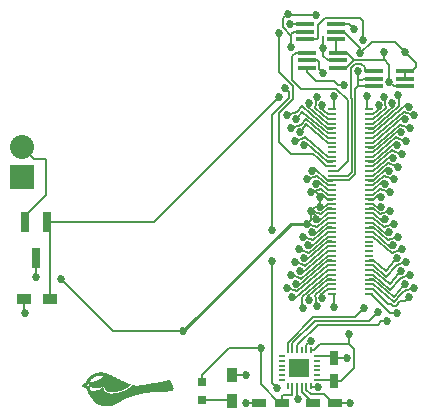
<source format=gtl>
G04 #@! TF.FileFunction,Copper,L1,Top,Signal*
%FSLAX46Y46*%
G04 Gerber Fmt 4.6, Leading zero omitted, Abs format (unit mm)*
G04 Created by KiCad (PCBNEW (2015-11-03 BZR 6296)-product) date Monday, December 21, 2015 'AMt' 10:05:28 AM*
%MOMM*%
G01*
G04 APERTURE LIST*
%ADD10C,0.100000*%
%ADD11C,0.010000*%
%ADD12R,0.700000X0.200000*%
%ADD13R,1.501140X0.398780*%
%ADD14R,1.200000X0.750000*%
%ADD15R,0.750000X1.200000*%
%ADD16R,0.797560X0.797560*%
%ADD17R,2.032000X2.032000*%
%ADD18O,2.032000X2.032000*%
%ADD19R,0.800100X1.800860*%
%ADD20R,1.200000X0.900000*%
%ADD21R,0.900000X1.200000*%
%ADD22R,0.550000X0.200000*%
%ADD23R,0.200000X0.550000*%
%ADD24R,1.700000X1.540000*%
%ADD25C,0.685800*%
%ADD26C,0.685801*%
%ADD27C,0.152400*%
%ADD28C,0.203200*%
%ADD29C,0.254000*%
G04 APERTURE END LIST*
D10*
D11*
G36*
X138519423Y-122465069D02*
X138551094Y-122465572D01*
X138578725Y-122466621D01*
X138603824Y-122468340D01*
X138627893Y-122470851D01*
X138652439Y-122474276D01*
X138678967Y-122478740D01*
X138700931Y-122482815D01*
X138759786Y-122495578D01*
X138820883Y-122511645D01*
X138881336Y-122530182D01*
X138938260Y-122550354D01*
X138949639Y-122554777D01*
X138992817Y-122571970D01*
X139035192Y-122589108D01*
X139077150Y-122606370D01*
X139119080Y-122623937D01*
X139161369Y-122641989D01*
X139204404Y-122660707D01*
X139248573Y-122680271D01*
X139294265Y-122700862D01*
X139341866Y-122722659D01*
X139391764Y-122745844D01*
X139444347Y-122770597D01*
X139500003Y-122797099D01*
X139559118Y-122825528D01*
X139622082Y-122856067D01*
X139689280Y-122888896D01*
X139761102Y-122924194D01*
X139837935Y-122962143D01*
X139920166Y-123002923D01*
X140008183Y-123046714D01*
X140030903Y-123058037D01*
X140109183Y-123096981D01*
X140181702Y-123132880D01*
X140248949Y-123165961D01*
X140311415Y-123196448D01*
X140369589Y-123224567D01*
X140423962Y-123250545D01*
X140475024Y-123274606D01*
X140523265Y-123296978D01*
X140569175Y-123317885D01*
X140613244Y-123337553D01*
X140655962Y-123356208D01*
X140697819Y-123374076D01*
X140739306Y-123391382D01*
X140780912Y-123408353D01*
X140823128Y-123425213D01*
X140856403Y-123438281D01*
X140879926Y-123447518D01*
X140901319Y-123456037D01*
X140919688Y-123463473D01*
X140934143Y-123469460D01*
X140943791Y-123473635D01*
X140947732Y-123475624D01*
X140947199Y-123479719D01*
X140941987Y-123487737D01*
X140932739Y-123498968D01*
X140920100Y-123512704D01*
X140904712Y-123528236D01*
X140887219Y-123544855D01*
X140874178Y-123556657D01*
X140806199Y-123612758D01*
X140731764Y-123666253D01*
X140650994Y-123717086D01*
X140564011Y-123765200D01*
X140470938Y-123810538D01*
X140371897Y-123853043D01*
X140267009Y-123892658D01*
X140156398Y-123929327D01*
X140040185Y-123962992D01*
X139953292Y-123985296D01*
X139852697Y-124008538D01*
X139757709Y-124027867D01*
X139668081Y-124043303D01*
X139583561Y-124054868D01*
X139503901Y-124062580D01*
X139428851Y-124066462D01*
X139358163Y-124066535D01*
X139291587Y-124062818D01*
X139228874Y-124055332D01*
X139191082Y-124048660D01*
X139130450Y-124033748D01*
X139075094Y-124014367D01*
X139025086Y-123990590D01*
X138980499Y-123962491D01*
X138941404Y-123930142D01*
X138907873Y-123893617D01*
X138879979Y-123852988D01*
X138857795Y-123808329D01*
X138841392Y-123759713D01*
X138830842Y-123707214D01*
X138827903Y-123680940D01*
X138827085Y-123669833D01*
X138826149Y-123661698D01*
X138824111Y-123655994D01*
X138819991Y-123652178D01*
X138812806Y-123649710D01*
X138801575Y-123648046D01*
X138785315Y-123646646D01*
X138763045Y-123644967D01*
X138762667Y-123644937D01*
X138735115Y-123642710D01*
X138713944Y-123640816D01*
X138698491Y-123639166D01*
X138688094Y-123637673D01*
X138682090Y-123636249D01*
X138679817Y-123634807D01*
X138679918Y-123633974D01*
X138677973Y-123632665D01*
X138671139Y-123632440D01*
X138661468Y-123633114D01*
X138651010Y-123634497D01*
X138641817Y-123636403D01*
X138637431Y-123637859D01*
X138631923Y-123639376D01*
X138620616Y-123641836D01*
X138604669Y-123645008D01*
X138585241Y-123648665D01*
X138563489Y-123652578D01*
X138558056Y-123653529D01*
X138476570Y-123667036D01*
X138399154Y-123678409D01*
X138323266Y-123687987D01*
X138246367Y-123696109D01*
X138222917Y-123698294D01*
X138200487Y-123699888D01*
X138173281Y-123701121D01*
X138142652Y-123701993D01*
X138109951Y-123702504D01*
X138076529Y-123702652D01*
X138043738Y-123702438D01*
X138012930Y-123701861D01*
X137985455Y-123700920D01*
X137962666Y-123699615D01*
X137949514Y-123698402D01*
X137876686Y-123688747D01*
X137805829Y-123676860D01*
X137735068Y-123662349D01*
X137662527Y-123644822D01*
X137586331Y-123623890D01*
X137570857Y-123619368D01*
X137548243Y-123612575D01*
X137531577Y-123607222D01*
X137519982Y-123602959D01*
X137512578Y-123599438D01*
X137508490Y-123596309D01*
X137507057Y-123593968D01*
X137506091Y-123588855D01*
X137504509Y-123577561D01*
X137502410Y-123560925D01*
X137499895Y-123539783D01*
X137497063Y-123514975D01*
X137494013Y-123487338D01*
X137490918Y-123458392D01*
X137487321Y-123424399D01*
X137484435Y-123396757D01*
X137482312Y-123374791D01*
X137481001Y-123357830D01*
X137480553Y-123345198D01*
X137481018Y-123336223D01*
X137482447Y-123330230D01*
X137484890Y-123326547D01*
X137488397Y-123324499D01*
X137493018Y-123323413D01*
X137498805Y-123322615D01*
X137501091Y-123322283D01*
X137512337Y-123320254D01*
X137529389Y-123316797D01*
X137551193Y-123312151D01*
X137576700Y-123306555D01*
X137604858Y-123300249D01*
X137634615Y-123293471D01*
X137664921Y-123286461D01*
X137694725Y-123279457D01*
X137722975Y-123272700D01*
X137748620Y-123266427D01*
X137767833Y-123261593D01*
X137870462Y-123234234D01*
X137966453Y-123206397D01*
X138056213Y-123177945D01*
X138140153Y-123148742D01*
X138218680Y-123118650D01*
X138292203Y-123087534D01*
X138304056Y-123082213D01*
X138374730Y-123047760D01*
X138446700Y-123008022D01*
X138518246Y-122964092D01*
X138587648Y-122917066D01*
X138653190Y-122868037D01*
X138697403Y-122831786D01*
X138715065Y-122816423D01*
X138733398Y-122800012D01*
X138751684Y-122783244D01*
X138769206Y-122766810D01*
X138785249Y-122751401D01*
X138799095Y-122737709D01*
X138810027Y-122726424D01*
X138817329Y-122718238D01*
X138820283Y-122713841D01*
X138820219Y-122713368D01*
X138814114Y-122710119D01*
X138802137Y-122705797D01*
X138785347Y-122700663D01*
X138764801Y-122694980D01*
X138741556Y-122689011D01*
X138716670Y-122683019D01*
X138691199Y-122677265D01*
X138666201Y-122672013D01*
X138642732Y-122667526D01*
X138621852Y-122664065D01*
X138621556Y-122664021D01*
X138566513Y-122657477D01*
X138512179Y-122654423D01*
X138457039Y-122654893D01*
X138399581Y-122658923D01*
X138338289Y-122666548D01*
X138308461Y-122671261D01*
X138215204Y-122689850D01*
X138125771Y-122713707D01*
X138040377Y-122742725D01*
X137959234Y-122776797D01*
X137882557Y-122815818D01*
X137810558Y-122859681D01*
X137743451Y-122908280D01*
X137681449Y-122961509D01*
X137637949Y-123004915D01*
X137595574Y-123053556D01*
X137557536Y-123104333D01*
X137524493Y-123156230D01*
X137497105Y-123208230D01*
X137479656Y-123249355D01*
X137474680Y-123261769D01*
X137470056Y-123271937D01*
X137466789Y-123277652D01*
X137463532Y-123280958D01*
X137455631Y-123288670D01*
X137443561Y-123300334D01*
X137427793Y-123315496D01*
X137408801Y-123333704D01*
X137387057Y-123354504D01*
X137363034Y-123377442D01*
X137337205Y-123402065D01*
X137318042Y-123420309D01*
X137291341Y-123445737D01*
X137266208Y-123469712D01*
X137243104Y-123491794D01*
X137222486Y-123511540D01*
X137204813Y-123528513D01*
X137190545Y-123542270D01*
X137180139Y-123552371D01*
X137174055Y-123558376D01*
X137172607Y-123559922D01*
X137175572Y-123561699D01*
X137184384Y-123566052D01*
X137198436Y-123572701D01*
X137217123Y-123581368D01*
X137239836Y-123591773D01*
X137265972Y-123603637D01*
X137294923Y-123616683D01*
X137326083Y-123630630D01*
X137333468Y-123633923D01*
X137495126Y-123705942D01*
X137511981Y-123766214D01*
X137520094Y-123794199D01*
X137529941Y-123826534D01*
X137540916Y-123861347D01*
X137552411Y-123896762D01*
X137563817Y-123930907D01*
X137574527Y-123961907D01*
X137583511Y-123986757D01*
X137588959Y-124000443D01*
X137593479Y-124008917D01*
X137598136Y-124013733D01*
X137603830Y-124016392D01*
X137611132Y-124017558D01*
X137624453Y-124018496D01*
X137642760Y-124019209D01*
X137665020Y-124019697D01*
X137690201Y-124019965D01*
X137717269Y-124020013D01*
X137745192Y-124019845D01*
X137772937Y-124019461D01*
X137799472Y-124018866D01*
X137823763Y-124018060D01*
X137844777Y-124017046D01*
X137861319Y-124015841D01*
X138024261Y-123998212D01*
X138124139Y-123984838D01*
X138166859Y-123978400D01*
X138203678Y-123972100D01*
X138235734Y-123965624D01*
X138264167Y-123958661D01*
X138290116Y-123950899D01*
X138314721Y-123942025D01*
X138339122Y-123931727D01*
X138364457Y-123919694D01*
X138367556Y-123918147D01*
X138423115Y-123886813D01*
X138477664Y-123849211D01*
X138530233Y-123806128D01*
X138579852Y-123758353D01*
X138620314Y-123713042D01*
X138638347Y-123691319D01*
X138640748Y-123716569D01*
X138647775Y-123763991D01*
X138659681Y-123813168D01*
X138675802Y-123862224D01*
X138695477Y-123909282D01*
X138718042Y-123952463D01*
X138731719Y-123974289D01*
X138769340Y-124024006D01*
X138812141Y-124069003D01*
X138860037Y-124109251D01*
X138912937Y-124144723D01*
X138970757Y-124175389D01*
X139033406Y-124201223D01*
X139100799Y-124222197D01*
X139172848Y-124238282D01*
X139249465Y-124249451D01*
X139330562Y-124255676D01*
X139416053Y-124256929D01*
X139505848Y-124253182D01*
X139584639Y-124246139D01*
X139657782Y-124236822D01*
X139735875Y-124224509D01*
X139817621Y-124209481D01*
X139901724Y-124192024D01*
X139986887Y-124172418D01*
X140071813Y-124150949D01*
X140155205Y-124127899D01*
X140231986Y-124104745D01*
X140329460Y-124072112D01*
X140423786Y-124036670D01*
X140514613Y-123998629D01*
X140601592Y-123958203D01*
X140684372Y-123915600D01*
X140762604Y-123871034D01*
X140835937Y-123824714D01*
X140904021Y-123776853D01*
X140966506Y-123727661D01*
X141023041Y-123677350D01*
X141073278Y-123626131D01*
X141116865Y-123574215D01*
X141121516Y-123568103D01*
X141131132Y-123555676D01*
X141137892Y-123548104D01*
X141142929Y-123544422D01*
X141147377Y-123543664D01*
X141149726Y-123544079D01*
X141169163Y-123548388D01*
X141194240Y-123553070D01*
X141223568Y-123557922D01*
X141255757Y-123562737D01*
X141289415Y-123567313D01*
X141323152Y-123571443D01*
X141355578Y-123574923D01*
X141366167Y-123575932D01*
X141397905Y-123578462D01*
X141429888Y-123580184D01*
X141462791Y-123581067D01*
X141497290Y-123581080D01*
X141534060Y-123580194D01*
X141573775Y-123578377D01*
X141617113Y-123575599D01*
X141664746Y-123571829D01*
X141717352Y-123567037D01*
X141775605Y-123561192D01*
X141837125Y-123554600D01*
X141926165Y-123544237D01*
X142021639Y-123532018D01*
X142123193Y-123518007D01*
X142230469Y-123502269D01*
X142343115Y-123484868D01*
X142460774Y-123465867D01*
X142583091Y-123445332D01*
X142709712Y-123423326D01*
X142840280Y-123399914D01*
X142974441Y-123375160D01*
X143111840Y-123349128D01*
X143252121Y-123321882D01*
X143394930Y-123293486D01*
X143539911Y-123264006D01*
X143686709Y-123233505D01*
X143834969Y-123202046D01*
X143984335Y-123169696D01*
X144071972Y-123150408D01*
X144116466Y-123140554D01*
X144154684Y-123132267D01*
X144187258Y-123125680D01*
X144214823Y-123120928D01*
X144238011Y-123118146D01*
X144257455Y-123117468D01*
X144273788Y-123119028D01*
X144287642Y-123122962D01*
X144299652Y-123129404D01*
X144310449Y-123138488D01*
X144320667Y-123150348D01*
X144330938Y-123165120D01*
X144341896Y-123182938D01*
X144354174Y-123203936D01*
X144358453Y-123211295D01*
X144395722Y-123277072D01*
X144430654Y-123342322D01*
X144462855Y-123406214D01*
X144491929Y-123467915D01*
X144517481Y-123526594D01*
X144539117Y-123581419D01*
X144552982Y-123620859D01*
X144568442Y-123673272D01*
X144579158Y-123722184D01*
X144585158Y-123767367D01*
X144586469Y-123808594D01*
X144583119Y-123845635D01*
X144575134Y-123878262D01*
X144562543Y-123906247D01*
X144545372Y-123929362D01*
X144523649Y-123947378D01*
X144513124Y-123953395D01*
X144502991Y-123958154D01*
X144491941Y-123962524D01*
X144479615Y-123966533D01*
X144465657Y-123970209D01*
X144449709Y-123973581D01*
X144431413Y-123976677D01*
X144410414Y-123979524D01*
X144386352Y-123982152D01*
X144358872Y-123984587D01*
X144327615Y-123986859D01*
X144292225Y-123988995D01*
X144252343Y-123991023D01*
X144207613Y-123992973D01*
X144157677Y-123994871D01*
X144102178Y-123996746D01*
X144040759Y-123998626D01*
X143973062Y-124000540D01*
X143898731Y-124002515D01*
X143885000Y-124002869D01*
X143762923Y-124006207D01*
X143647344Y-124009786D01*
X143537707Y-124013639D01*
X143433456Y-124017794D01*
X143334037Y-124022284D01*
X143238895Y-124027138D01*
X143147474Y-124032388D01*
X143059219Y-124038064D01*
X142973574Y-124044196D01*
X142889985Y-124050816D01*
X142807897Y-124057954D01*
X142726754Y-124065640D01*
X142699667Y-124068345D01*
X142570967Y-124082177D01*
X142446502Y-124097273D01*
X142325523Y-124113805D01*
X142207281Y-124131941D01*
X142091028Y-124151851D01*
X141976016Y-124173705D01*
X141861496Y-124197671D01*
X141746721Y-124223920D01*
X141630941Y-124252620D01*
X141513408Y-124283942D01*
X141393373Y-124318054D01*
X141270090Y-124355127D01*
X141142808Y-124395329D01*
X141010780Y-124438830D01*
X140905792Y-124474551D01*
X140855932Y-124492059D01*
X140808400Y-124509485D01*
X140762527Y-124527150D01*
X140717643Y-124545374D01*
X140673080Y-124564476D01*
X140628167Y-124584779D01*
X140582235Y-124606601D01*
X140534615Y-124630263D01*
X140484637Y-124656085D01*
X140431633Y-124684388D01*
X140374932Y-124715492D01*
X140313865Y-124749717D01*
X140247763Y-124787384D01*
X140226694Y-124799493D01*
X140168073Y-124833223D01*
X140115102Y-124863651D01*
X140067334Y-124891025D01*
X140024321Y-124915591D01*
X139985616Y-124937596D01*
X139950771Y-124957287D01*
X139919338Y-124974910D01*
X139890870Y-124990714D01*
X139864919Y-125004944D01*
X139841037Y-125017848D01*
X139818777Y-125029672D01*
X139797692Y-125040664D01*
X139777332Y-125051070D01*
X139757252Y-125061138D01*
X139737003Y-125071113D01*
X139716138Y-125081244D01*
X139714306Y-125082128D01*
X139646867Y-125113565D01*
X139583250Y-125140819D01*
X139522082Y-125164282D01*
X139461992Y-125184345D01*
X139401609Y-125201402D01*
X139339560Y-125215844D01*
X139274474Y-125228064D01*
X139204978Y-125238454D01*
X139140139Y-125246279D01*
X139099152Y-125250039D01*
X139053206Y-125252999D01*
X139004358Y-125255105D01*
X138954663Y-125256301D01*
X138906179Y-125256532D01*
X138860962Y-125255744D01*
X138831458Y-125254508D01*
X138751912Y-125247865D01*
X138671456Y-125236743D01*
X138591278Y-125221443D01*
X138512567Y-125202263D01*
X138436511Y-125179501D01*
X138364298Y-125153456D01*
X138297116Y-125124427D01*
X138279008Y-125115625D01*
X138198028Y-125071372D01*
X138118806Y-125020408D01*
X138041482Y-124962893D01*
X137966195Y-124898983D01*
X137893086Y-124828836D01*
X137822295Y-124752610D01*
X137753960Y-124670463D01*
X137688223Y-124582552D01*
X137625222Y-124489036D01*
X137565097Y-124390070D01*
X137507989Y-124285814D01*
X137462897Y-124195201D01*
X137444559Y-124155287D01*
X137426937Y-124113922D01*
X137409526Y-124069814D01*
X137391819Y-124021672D01*
X137373310Y-123968204D01*
X137368965Y-123955250D01*
X137361296Y-123931804D01*
X137353193Y-123906214D01*
X137345008Y-123879673D01*
X137337093Y-123853373D01*
X137329801Y-123828508D01*
X137323485Y-123806269D01*
X137318496Y-123787848D01*
X137315187Y-123774440D01*
X137314378Y-123770558D01*
X137312209Y-123758996D01*
X137107595Y-123676428D01*
X137071615Y-123661883D01*
X137037607Y-123648085D01*
X137006132Y-123635266D01*
X136977748Y-123623654D01*
X136953014Y-123613480D01*
X136932490Y-123604974D01*
X136916734Y-123598367D01*
X136906307Y-123593889D01*
X136901768Y-123591769D01*
X136901619Y-123591656D01*
X136903960Y-123589006D01*
X136911162Y-123582050D01*
X136922812Y-123571163D01*
X136938495Y-123556724D01*
X136957797Y-123539108D01*
X136980304Y-123518694D01*
X137005601Y-123495859D01*
X137033274Y-123470979D01*
X137062909Y-123444432D01*
X137088286Y-123421769D01*
X137124302Y-123389640D01*
X137155416Y-123361846D01*
X137181998Y-123338033D01*
X137204415Y-123317848D01*
X137223038Y-123300935D01*
X137238235Y-123286942D01*
X137250376Y-123275513D01*
X137259830Y-123266294D01*
X137266965Y-123258931D01*
X137272152Y-123253071D01*
X137275759Y-123248358D01*
X137278156Y-123244439D01*
X137279712Y-123240959D01*
X137280795Y-123237565D01*
X137280979Y-123236897D01*
X137287388Y-123216348D01*
X137296490Y-123191398D01*
X137307560Y-123163816D01*
X137319874Y-123135375D01*
X137332705Y-123107843D01*
X137339300Y-123094554D01*
X137371749Y-123036345D01*
X137408977Y-122980220D01*
X137451666Y-122925249D01*
X137500499Y-122870502D01*
X137513642Y-122856849D01*
X137569151Y-122803310D01*
X137626431Y-122754827D01*
X137686685Y-122710531D01*
X137751117Y-122669557D01*
X137820931Y-122631037D01*
X137841917Y-122620420D01*
X137909971Y-122588548D01*
X137977985Y-122560713D01*
X138047187Y-122536541D01*
X138118807Y-122515659D01*
X138194072Y-122497692D01*
X138274212Y-122482268D01*
X138320680Y-122474752D01*
X138340516Y-122471832D01*
X138357844Y-122469566D01*
X138374061Y-122467870D01*
X138390562Y-122466659D01*
X138408742Y-122465848D01*
X138429998Y-122465355D01*
X138455724Y-122465094D01*
X138482208Y-122464991D01*
X138519423Y-122465069D01*
X138519423Y-122465069D01*
G37*
X138519423Y-122465069D02*
X138551094Y-122465572D01*
X138578725Y-122466621D01*
X138603824Y-122468340D01*
X138627893Y-122470851D01*
X138652439Y-122474276D01*
X138678967Y-122478740D01*
X138700931Y-122482815D01*
X138759786Y-122495578D01*
X138820883Y-122511645D01*
X138881336Y-122530182D01*
X138938260Y-122550354D01*
X138949639Y-122554777D01*
X138992817Y-122571970D01*
X139035192Y-122589108D01*
X139077150Y-122606370D01*
X139119080Y-122623937D01*
X139161369Y-122641989D01*
X139204404Y-122660707D01*
X139248573Y-122680271D01*
X139294265Y-122700862D01*
X139341866Y-122722659D01*
X139391764Y-122745844D01*
X139444347Y-122770597D01*
X139500003Y-122797099D01*
X139559118Y-122825528D01*
X139622082Y-122856067D01*
X139689280Y-122888896D01*
X139761102Y-122924194D01*
X139837935Y-122962143D01*
X139920166Y-123002923D01*
X140008183Y-123046714D01*
X140030903Y-123058037D01*
X140109183Y-123096981D01*
X140181702Y-123132880D01*
X140248949Y-123165961D01*
X140311415Y-123196448D01*
X140369589Y-123224567D01*
X140423962Y-123250545D01*
X140475024Y-123274606D01*
X140523265Y-123296978D01*
X140569175Y-123317885D01*
X140613244Y-123337553D01*
X140655962Y-123356208D01*
X140697819Y-123374076D01*
X140739306Y-123391382D01*
X140780912Y-123408353D01*
X140823128Y-123425213D01*
X140856403Y-123438281D01*
X140879926Y-123447518D01*
X140901319Y-123456037D01*
X140919688Y-123463473D01*
X140934143Y-123469460D01*
X140943791Y-123473635D01*
X140947732Y-123475624D01*
X140947199Y-123479719D01*
X140941987Y-123487737D01*
X140932739Y-123498968D01*
X140920100Y-123512704D01*
X140904712Y-123528236D01*
X140887219Y-123544855D01*
X140874178Y-123556657D01*
X140806199Y-123612758D01*
X140731764Y-123666253D01*
X140650994Y-123717086D01*
X140564011Y-123765200D01*
X140470938Y-123810538D01*
X140371897Y-123853043D01*
X140267009Y-123892658D01*
X140156398Y-123929327D01*
X140040185Y-123962992D01*
X139953292Y-123985296D01*
X139852697Y-124008538D01*
X139757709Y-124027867D01*
X139668081Y-124043303D01*
X139583561Y-124054868D01*
X139503901Y-124062580D01*
X139428851Y-124066462D01*
X139358163Y-124066535D01*
X139291587Y-124062818D01*
X139228874Y-124055332D01*
X139191082Y-124048660D01*
X139130450Y-124033748D01*
X139075094Y-124014367D01*
X139025086Y-123990590D01*
X138980499Y-123962491D01*
X138941404Y-123930142D01*
X138907873Y-123893617D01*
X138879979Y-123852988D01*
X138857795Y-123808329D01*
X138841392Y-123759713D01*
X138830842Y-123707214D01*
X138827903Y-123680940D01*
X138827085Y-123669833D01*
X138826149Y-123661698D01*
X138824111Y-123655994D01*
X138819991Y-123652178D01*
X138812806Y-123649710D01*
X138801575Y-123648046D01*
X138785315Y-123646646D01*
X138763045Y-123644967D01*
X138762667Y-123644937D01*
X138735115Y-123642710D01*
X138713944Y-123640816D01*
X138698491Y-123639166D01*
X138688094Y-123637673D01*
X138682090Y-123636249D01*
X138679817Y-123634807D01*
X138679918Y-123633974D01*
X138677973Y-123632665D01*
X138671139Y-123632440D01*
X138661468Y-123633114D01*
X138651010Y-123634497D01*
X138641817Y-123636403D01*
X138637431Y-123637859D01*
X138631923Y-123639376D01*
X138620616Y-123641836D01*
X138604669Y-123645008D01*
X138585241Y-123648665D01*
X138563489Y-123652578D01*
X138558056Y-123653529D01*
X138476570Y-123667036D01*
X138399154Y-123678409D01*
X138323266Y-123687987D01*
X138246367Y-123696109D01*
X138222917Y-123698294D01*
X138200487Y-123699888D01*
X138173281Y-123701121D01*
X138142652Y-123701993D01*
X138109951Y-123702504D01*
X138076529Y-123702652D01*
X138043738Y-123702438D01*
X138012930Y-123701861D01*
X137985455Y-123700920D01*
X137962666Y-123699615D01*
X137949514Y-123698402D01*
X137876686Y-123688747D01*
X137805829Y-123676860D01*
X137735068Y-123662349D01*
X137662527Y-123644822D01*
X137586331Y-123623890D01*
X137570857Y-123619368D01*
X137548243Y-123612575D01*
X137531577Y-123607222D01*
X137519982Y-123602959D01*
X137512578Y-123599438D01*
X137508490Y-123596309D01*
X137507057Y-123593968D01*
X137506091Y-123588855D01*
X137504509Y-123577561D01*
X137502410Y-123560925D01*
X137499895Y-123539783D01*
X137497063Y-123514975D01*
X137494013Y-123487338D01*
X137490918Y-123458392D01*
X137487321Y-123424399D01*
X137484435Y-123396757D01*
X137482312Y-123374791D01*
X137481001Y-123357830D01*
X137480553Y-123345198D01*
X137481018Y-123336223D01*
X137482447Y-123330230D01*
X137484890Y-123326547D01*
X137488397Y-123324499D01*
X137493018Y-123323413D01*
X137498805Y-123322615D01*
X137501091Y-123322283D01*
X137512337Y-123320254D01*
X137529389Y-123316797D01*
X137551193Y-123312151D01*
X137576700Y-123306555D01*
X137604858Y-123300249D01*
X137634615Y-123293471D01*
X137664921Y-123286461D01*
X137694725Y-123279457D01*
X137722975Y-123272700D01*
X137748620Y-123266427D01*
X137767833Y-123261593D01*
X137870462Y-123234234D01*
X137966453Y-123206397D01*
X138056213Y-123177945D01*
X138140153Y-123148742D01*
X138218680Y-123118650D01*
X138292203Y-123087534D01*
X138304056Y-123082213D01*
X138374730Y-123047760D01*
X138446700Y-123008022D01*
X138518246Y-122964092D01*
X138587648Y-122917066D01*
X138653190Y-122868037D01*
X138697403Y-122831786D01*
X138715065Y-122816423D01*
X138733398Y-122800012D01*
X138751684Y-122783244D01*
X138769206Y-122766810D01*
X138785249Y-122751401D01*
X138799095Y-122737709D01*
X138810027Y-122726424D01*
X138817329Y-122718238D01*
X138820283Y-122713841D01*
X138820219Y-122713368D01*
X138814114Y-122710119D01*
X138802137Y-122705797D01*
X138785347Y-122700663D01*
X138764801Y-122694980D01*
X138741556Y-122689011D01*
X138716670Y-122683019D01*
X138691199Y-122677265D01*
X138666201Y-122672013D01*
X138642732Y-122667526D01*
X138621852Y-122664065D01*
X138621556Y-122664021D01*
X138566513Y-122657477D01*
X138512179Y-122654423D01*
X138457039Y-122654893D01*
X138399581Y-122658923D01*
X138338289Y-122666548D01*
X138308461Y-122671261D01*
X138215204Y-122689850D01*
X138125771Y-122713707D01*
X138040377Y-122742725D01*
X137959234Y-122776797D01*
X137882557Y-122815818D01*
X137810558Y-122859681D01*
X137743451Y-122908280D01*
X137681449Y-122961509D01*
X137637949Y-123004915D01*
X137595574Y-123053556D01*
X137557536Y-123104333D01*
X137524493Y-123156230D01*
X137497105Y-123208230D01*
X137479656Y-123249355D01*
X137474680Y-123261769D01*
X137470056Y-123271937D01*
X137466789Y-123277652D01*
X137463532Y-123280958D01*
X137455631Y-123288670D01*
X137443561Y-123300334D01*
X137427793Y-123315496D01*
X137408801Y-123333704D01*
X137387057Y-123354504D01*
X137363034Y-123377442D01*
X137337205Y-123402065D01*
X137318042Y-123420309D01*
X137291341Y-123445737D01*
X137266208Y-123469712D01*
X137243104Y-123491794D01*
X137222486Y-123511540D01*
X137204813Y-123528513D01*
X137190545Y-123542270D01*
X137180139Y-123552371D01*
X137174055Y-123558376D01*
X137172607Y-123559922D01*
X137175572Y-123561699D01*
X137184384Y-123566052D01*
X137198436Y-123572701D01*
X137217123Y-123581368D01*
X137239836Y-123591773D01*
X137265972Y-123603637D01*
X137294923Y-123616683D01*
X137326083Y-123630630D01*
X137333468Y-123633923D01*
X137495126Y-123705942D01*
X137511981Y-123766214D01*
X137520094Y-123794199D01*
X137529941Y-123826534D01*
X137540916Y-123861347D01*
X137552411Y-123896762D01*
X137563817Y-123930907D01*
X137574527Y-123961907D01*
X137583511Y-123986757D01*
X137588959Y-124000443D01*
X137593479Y-124008917D01*
X137598136Y-124013733D01*
X137603830Y-124016392D01*
X137611132Y-124017558D01*
X137624453Y-124018496D01*
X137642760Y-124019209D01*
X137665020Y-124019697D01*
X137690201Y-124019965D01*
X137717269Y-124020013D01*
X137745192Y-124019845D01*
X137772937Y-124019461D01*
X137799472Y-124018866D01*
X137823763Y-124018060D01*
X137844777Y-124017046D01*
X137861319Y-124015841D01*
X138024261Y-123998212D01*
X138124139Y-123984838D01*
X138166859Y-123978400D01*
X138203678Y-123972100D01*
X138235734Y-123965624D01*
X138264167Y-123958661D01*
X138290116Y-123950899D01*
X138314721Y-123942025D01*
X138339122Y-123931727D01*
X138364457Y-123919694D01*
X138367556Y-123918147D01*
X138423115Y-123886813D01*
X138477664Y-123849211D01*
X138530233Y-123806128D01*
X138579852Y-123758353D01*
X138620314Y-123713042D01*
X138638347Y-123691319D01*
X138640748Y-123716569D01*
X138647775Y-123763991D01*
X138659681Y-123813168D01*
X138675802Y-123862224D01*
X138695477Y-123909282D01*
X138718042Y-123952463D01*
X138731719Y-123974289D01*
X138769340Y-124024006D01*
X138812141Y-124069003D01*
X138860037Y-124109251D01*
X138912937Y-124144723D01*
X138970757Y-124175389D01*
X139033406Y-124201223D01*
X139100799Y-124222197D01*
X139172848Y-124238282D01*
X139249465Y-124249451D01*
X139330562Y-124255676D01*
X139416053Y-124256929D01*
X139505848Y-124253182D01*
X139584639Y-124246139D01*
X139657782Y-124236822D01*
X139735875Y-124224509D01*
X139817621Y-124209481D01*
X139901724Y-124192024D01*
X139986887Y-124172418D01*
X140071813Y-124150949D01*
X140155205Y-124127899D01*
X140231986Y-124104745D01*
X140329460Y-124072112D01*
X140423786Y-124036670D01*
X140514613Y-123998629D01*
X140601592Y-123958203D01*
X140684372Y-123915600D01*
X140762604Y-123871034D01*
X140835937Y-123824714D01*
X140904021Y-123776853D01*
X140966506Y-123727661D01*
X141023041Y-123677350D01*
X141073278Y-123626131D01*
X141116865Y-123574215D01*
X141121516Y-123568103D01*
X141131132Y-123555676D01*
X141137892Y-123548104D01*
X141142929Y-123544422D01*
X141147377Y-123543664D01*
X141149726Y-123544079D01*
X141169163Y-123548388D01*
X141194240Y-123553070D01*
X141223568Y-123557922D01*
X141255757Y-123562737D01*
X141289415Y-123567313D01*
X141323152Y-123571443D01*
X141355578Y-123574923D01*
X141366167Y-123575932D01*
X141397905Y-123578462D01*
X141429888Y-123580184D01*
X141462791Y-123581067D01*
X141497290Y-123581080D01*
X141534060Y-123580194D01*
X141573775Y-123578377D01*
X141617113Y-123575599D01*
X141664746Y-123571829D01*
X141717352Y-123567037D01*
X141775605Y-123561192D01*
X141837125Y-123554600D01*
X141926165Y-123544237D01*
X142021639Y-123532018D01*
X142123193Y-123518007D01*
X142230469Y-123502269D01*
X142343115Y-123484868D01*
X142460774Y-123465867D01*
X142583091Y-123445332D01*
X142709712Y-123423326D01*
X142840280Y-123399914D01*
X142974441Y-123375160D01*
X143111840Y-123349128D01*
X143252121Y-123321882D01*
X143394930Y-123293486D01*
X143539911Y-123264006D01*
X143686709Y-123233505D01*
X143834969Y-123202046D01*
X143984335Y-123169696D01*
X144071972Y-123150408D01*
X144116466Y-123140554D01*
X144154684Y-123132267D01*
X144187258Y-123125680D01*
X144214823Y-123120928D01*
X144238011Y-123118146D01*
X144257455Y-123117468D01*
X144273788Y-123119028D01*
X144287642Y-123122962D01*
X144299652Y-123129404D01*
X144310449Y-123138488D01*
X144320667Y-123150348D01*
X144330938Y-123165120D01*
X144341896Y-123182938D01*
X144354174Y-123203936D01*
X144358453Y-123211295D01*
X144395722Y-123277072D01*
X144430654Y-123342322D01*
X144462855Y-123406214D01*
X144491929Y-123467915D01*
X144517481Y-123526594D01*
X144539117Y-123581419D01*
X144552982Y-123620859D01*
X144568442Y-123673272D01*
X144579158Y-123722184D01*
X144585158Y-123767367D01*
X144586469Y-123808594D01*
X144583119Y-123845635D01*
X144575134Y-123878262D01*
X144562543Y-123906247D01*
X144545372Y-123929362D01*
X144523649Y-123947378D01*
X144513124Y-123953395D01*
X144502991Y-123958154D01*
X144491941Y-123962524D01*
X144479615Y-123966533D01*
X144465657Y-123970209D01*
X144449709Y-123973581D01*
X144431413Y-123976677D01*
X144410414Y-123979524D01*
X144386352Y-123982152D01*
X144358872Y-123984587D01*
X144327615Y-123986859D01*
X144292225Y-123988995D01*
X144252343Y-123991023D01*
X144207613Y-123992973D01*
X144157677Y-123994871D01*
X144102178Y-123996746D01*
X144040759Y-123998626D01*
X143973062Y-124000540D01*
X143898731Y-124002515D01*
X143885000Y-124002869D01*
X143762923Y-124006207D01*
X143647344Y-124009786D01*
X143537707Y-124013639D01*
X143433456Y-124017794D01*
X143334037Y-124022284D01*
X143238895Y-124027138D01*
X143147474Y-124032388D01*
X143059219Y-124038064D01*
X142973574Y-124044196D01*
X142889985Y-124050816D01*
X142807897Y-124057954D01*
X142726754Y-124065640D01*
X142699667Y-124068345D01*
X142570967Y-124082177D01*
X142446502Y-124097273D01*
X142325523Y-124113805D01*
X142207281Y-124131941D01*
X142091028Y-124151851D01*
X141976016Y-124173705D01*
X141861496Y-124197671D01*
X141746721Y-124223920D01*
X141630941Y-124252620D01*
X141513408Y-124283942D01*
X141393373Y-124318054D01*
X141270090Y-124355127D01*
X141142808Y-124395329D01*
X141010780Y-124438830D01*
X140905792Y-124474551D01*
X140855932Y-124492059D01*
X140808400Y-124509485D01*
X140762527Y-124527150D01*
X140717643Y-124545374D01*
X140673080Y-124564476D01*
X140628167Y-124584779D01*
X140582235Y-124606601D01*
X140534615Y-124630263D01*
X140484637Y-124656085D01*
X140431633Y-124684388D01*
X140374932Y-124715492D01*
X140313865Y-124749717D01*
X140247763Y-124787384D01*
X140226694Y-124799493D01*
X140168073Y-124833223D01*
X140115102Y-124863651D01*
X140067334Y-124891025D01*
X140024321Y-124915591D01*
X139985616Y-124937596D01*
X139950771Y-124957287D01*
X139919338Y-124974910D01*
X139890870Y-124990714D01*
X139864919Y-125004944D01*
X139841037Y-125017848D01*
X139818777Y-125029672D01*
X139797692Y-125040664D01*
X139777332Y-125051070D01*
X139757252Y-125061138D01*
X139737003Y-125071113D01*
X139716138Y-125081244D01*
X139714306Y-125082128D01*
X139646867Y-125113565D01*
X139583250Y-125140819D01*
X139522082Y-125164282D01*
X139461992Y-125184345D01*
X139401609Y-125201402D01*
X139339560Y-125215844D01*
X139274474Y-125228064D01*
X139204978Y-125238454D01*
X139140139Y-125246279D01*
X139099152Y-125250039D01*
X139053206Y-125252999D01*
X139004358Y-125255105D01*
X138954663Y-125256301D01*
X138906179Y-125256532D01*
X138860962Y-125255744D01*
X138831458Y-125254508D01*
X138751912Y-125247865D01*
X138671456Y-125236743D01*
X138591278Y-125221443D01*
X138512567Y-125202263D01*
X138436511Y-125179501D01*
X138364298Y-125153456D01*
X138297116Y-125124427D01*
X138279008Y-125115625D01*
X138198028Y-125071372D01*
X138118806Y-125020408D01*
X138041482Y-124962893D01*
X137966195Y-124898983D01*
X137893086Y-124828836D01*
X137822295Y-124752610D01*
X137753960Y-124670463D01*
X137688223Y-124582552D01*
X137625222Y-124489036D01*
X137565097Y-124390070D01*
X137507989Y-124285814D01*
X137462897Y-124195201D01*
X137444559Y-124155287D01*
X137426937Y-124113922D01*
X137409526Y-124069814D01*
X137391819Y-124021672D01*
X137373310Y-123968204D01*
X137368965Y-123955250D01*
X137361296Y-123931804D01*
X137353193Y-123906214D01*
X137345008Y-123879673D01*
X137337093Y-123853373D01*
X137329801Y-123828508D01*
X137323485Y-123806269D01*
X137318496Y-123787848D01*
X137315187Y-123774440D01*
X137314378Y-123770558D01*
X137312209Y-123758996D01*
X137107595Y-123676428D01*
X137071615Y-123661883D01*
X137037607Y-123648085D01*
X137006132Y-123635266D01*
X136977748Y-123623654D01*
X136953014Y-123613480D01*
X136932490Y-123604974D01*
X136916734Y-123598367D01*
X136906307Y-123593889D01*
X136901768Y-123591769D01*
X136901619Y-123591656D01*
X136903960Y-123589006D01*
X136911162Y-123582050D01*
X136922812Y-123571163D01*
X136938495Y-123556724D01*
X136957797Y-123539108D01*
X136980304Y-123518694D01*
X137005601Y-123495859D01*
X137033274Y-123470979D01*
X137062909Y-123444432D01*
X137088286Y-123421769D01*
X137124302Y-123389640D01*
X137155416Y-123361846D01*
X137181998Y-123338033D01*
X137204415Y-123317848D01*
X137223038Y-123300935D01*
X137238235Y-123286942D01*
X137250376Y-123275513D01*
X137259830Y-123266294D01*
X137266965Y-123258931D01*
X137272152Y-123253071D01*
X137275759Y-123248358D01*
X137278156Y-123244439D01*
X137279712Y-123240959D01*
X137280795Y-123237565D01*
X137280979Y-123236897D01*
X137287388Y-123216348D01*
X137296490Y-123191398D01*
X137307560Y-123163816D01*
X137319874Y-123135375D01*
X137332705Y-123107843D01*
X137339300Y-123094554D01*
X137371749Y-123036345D01*
X137408977Y-122980220D01*
X137451666Y-122925249D01*
X137500499Y-122870502D01*
X137513642Y-122856849D01*
X137569151Y-122803310D01*
X137626431Y-122754827D01*
X137686685Y-122710531D01*
X137751117Y-122669557D01*
X137820931Y-122631037D01*
X137841917Y-122620420D01*
X137909971Y-122588548D01*
X137977985Y-122560713D01*
X138047187Y-122536541D01*
X138118807Y-122515659D01*
X138194072Y-122497692D01*
X138274212Y-122482268D01*
X138320680Y-122474752D01*
X138340516Y-122471832D01*
X138357844Y-122469566D01*
X138374061Y-122467870D01*
X138390562Y-122466659D01*
X138408742Y-122465848D01*
X138429998Y-122465355D01*
X138455724Y-122465094D01*
X138482208Y-122464991D01*
X138519423Y-122465069D01*
D12*
X161190000Y-100200000D03*
X161190000Y-100600000D03*
X161190000Y-101000000D03*
X161190000Y-101400000D03*
X161190000Y-101800000D03*
X161190000Y-102200000D03*
X161190000Y-102600000D03*
X161190000Y-103000000D03*
X161190000Y-103400000D03*
X161190000Y-103800000D03*
X161190000Y-107800000D03*
X161190000Y-107400000D03*
X161190000Y-107000000D03*
X161190000Y-106600000D03*
X161190000Y-106200000D03*
X161190000Y-105800000D03*
X161190000Y-105400000D03*
X161190000Y-105000000D03*
X161190000Y-104600000D03*
X161190000Y-104200000D03*
X161190000Y-108200000D03*
X161190000Y-108600000D03*
X161190000Y-109000000D03*
X161190000Y-109400000D03*
X161190000Y-109800000D03*
X161190000Y-110200000D03*
X161190000Y-110600000D03*
X161190000Y-111000000D03*
X161190000Y-111400000D03*
X161190000Y-111800000D03*
X161190000Y-115800000D03*
X161190000Y-115400000D03*
X161190000Y-115000000D03*
X161190000Y-114600000D03*
X161190000Y-114200000D03*
X161190000Y-113800000D03*
X161190000Y-113400000D03*
X161190000Y-113000000D03*
X161190000Y-112600000D03*
X161190000Y-112200000D03*
X158110000Y-112200000D03*
X158110000Y-112600000D03*
X158110000Y-113000000D03*
X158110000Y-113400000D03*
X158110000Y-113800000D03*
X158110000Y-114200000D03*
X158110000Y-114600000D03*
X158110000Y-115000000D03*
X158110000Y-115400000D03*
X158110000Y-115800000D03*
X158110000Y-111800000D03*
X158110000Y-111400000D03*
X158110000Y-111000000D03*
X158110000Y-110600000D03*
X158110000Y-110200000D03*
X158110000Y-109800000D03*
X158110000Y-109400000D03*
X158110000Y-109000000D03*
X158110000Y-108600000D03*
X158110000Y-108200000D03*
X158110000Y-104200000D03*
X158110000Y-104600000D03*
X158110000Y-105000000D03*
X158110000Y-105400000D03*
X158110000Y-105800000D03*
X158110000Y-106200000D03*
X158110000Y-106600000D03*
X158110000Y-107000000D03*
X158110000Y-107400000D03*
X158110000Y-107800000D03*
X158110000Y-103800000D03*
X158110000Y-103400000D03*
X158110000Y-103000000D03*
X158110000Y-102600000D03*
X158110000Y-102200000D03*
X158110000Y-101800000D03*
X158110000Y-101400000D03*
X158110000Y-101000000D03*
X158110000Y-100600000D03*
X158110000Y-100200000D03*
D13*
X158461920Y-94250000D03*
X158461920Y-93599760D03*
X158461920Y-92949520D03*
X155800000Y-92949520D03*
X155800000Y-93599760D03*
X155800000Y-94250000D03*
X164300000Y-98250000D03*
X164300000Y-97599760D03*
X164300000Y-96949520D03*
X161638080Y-96949520D03*
X161638080Y-97599760D03*
X161638080Y-98250000D03*
X158611920Y-96700000D03*
X158611920Y-96049760D03*
X158611920Y-95399520D03*
X155950000Y-95399520D03*
X155950000Y-96049760D03*
X155950000Y-96700000D03*
D14*
X153850000Y-125050000D03*
X151950000Y-125050000D03*
X156460000Y-125050000D03*
X158360000Y-125050000D03*
D15*
X158300000Y-123180000D03*
X158300000Y-121280000D03*
D16*
X147070000Y-123300000D03*
X147070000Y-124798600D03*
D17*
X131860000Y-105960000D03*
D18*
X131860000Y-103420000D03*
D19*
X133980000Y-109737720D03*
X132080000Y-109737720D03*
X133030000Y-112740000D03*
D20*
X134250000Y-116280000D03*
X132050000Y-116280000D03*
D21*
X149660000Y-124880000D03*
X149660000Y-122680000D03*
D22*
X153830000Y-121090000D03*
X153830000Y-121490000D03*
X153830000Y-121890000D03*
X153830000Y-122290000D03*
X153830000Y-122690000D03*
X153830000Y-123090000D03*
D23*
X154330000Y-123590000D03*
X154730000Y-123590000D03*
X155130000Y-123590000D03*
X155530000Y-123590000D03*
X155930000Y-123590000D03*
X156330000Y-123590000D03*
D22*
X156830000Y-123090000D03*
X156830000Y-122690000D03*
X156830000Y-122290000D03*
X156830000Y-121890000D03*
X156830000Y-121490000D03*
X156830000Y-121090000D03*
D23*
X156330000Y-120590000D03*
X155930000Y-120590000D03*
X155530000Y-120590000D03*
X155130000Y-120590000D03*
X154730000Y-120590000D03*
X154330000Y-120590000D03*
D24*
X155330000Y-122090000D03*
D25*
X162950000Y-97849974D03*
X162500000Y-95300000D03*
X156335426Y-119765426D03*
X150790000Y-122670000D03*
X150770000Y-125050000D03*
X159612905Y-125034648D03*
X132060000Y-117450000D03*
X159390000Y-121280000D03*
D26*
X163335170Y-106128721D03*
X162579214Y-106491109D03*
X162993938Y-107218712D03*
X162237982Y-107581100D03*
X162237982Y-108419301D03*
X162993938Y-108781689D03*
X162579214Y-109509292D03*
X163335170Y-109871680D03*
D25*
X164264956Y-95352566D03*
X160500000Y-95450000D03*
X157300000Y-95000000D03*
X159100000Y-98150000D03*
X159950000Y-93400000D03*
X154500000Y-92950000D03*
X153600000Y-93750000D03*
X154325068Y-92130246D03*
X160303087Y-96914049D03*
X157300000Y-97100000D03*
X156750000Y-92200000D03*
X154650000Y-94900000D03*
D26*
X156380187Y-105401118D03*
D25*
X160729126Y-94320874D03*
X159570000Y-119181520D03*
X152050000Y-120360000D03*
X133060000Y-114350000D03*
X135130000Y-114530000D03*
X145490000Y-118960000D03*
D26*
X156306694Y-107218712D03*
X157062650Y-107581100D03*
X157062650Y-108419301D03*
X156306694Y-108781689D03*
X156721418Y-109509292D03*
X155965462Y-109871680D03*
X154941767Y-102858749D03*
X155697723Y-103221137D03*
D25*
X160817802Y-117018356D03*
D26*
X158255617Y-116945501D03*
X161045015Y-99054899D03*
X158255617Y-99054899D03*
X158255617Y-99054899D03*
D25*
X155245312Y-124684569D03*
X161955101Y-117373351D03*
X162720000Y-118130000D03*
D26*
X163625674Y-117420519D03*
X164626605Y-116049236D03*
X165041329Y-115321633D03*
X164285373Y-114959245D03*
X164700097Y-114231642D03*
X163944142Y-113869254D03*
X164358866Y-113141651D03*
X163602910Y-112779264D03*
X164017634Y-112051661D03*
X163261678Y-111689273D03*
X163676402Y-110961670D03*
X162920446Y-110599282D03*
X162920446Y-105401118D03*
X163676402Y-105038731D03*
X163261678Y-104311128D03*
X164017634Y-103948740D03*
X163602910Y-103221137D03*
X164358866Y-102858749D03*
X163944142Y-102131146D03*
X164700097Y-101768759D03*
X164285373Y-101041156D03*
X165041329Y-100678768D03*
X164626605Y-99951165D03*
X163642567Y-99005000D03*
X163166374Y-99692120D03*
X162511810Y-99165956D03*
X162035617Y-99853076D03*
X157265015Y-99853076D03*
X156788823Y-99165956D03*
X156134258Y-99692120D03*
D25*
X156900000Y-123730000D03*
X153470000Y-123800000D03*
X153010000Y-113030000D03*
X152990000Y-110430000D03*
X154080000Y-98370000D03*
X153630000Y-99130000D03*
D26*
X154259303Y-100678768D03*
X155015259Y-101041156D03*
X154600535Y-101768759D03*
X155356491Y-102131146D03*
X155965462Y-106128721D03*
X156721418Y-106491109D03*
X156380187Y-110599282D03*
X155624231Y-110961670D03*
X156038955Y-111689273D03*
X155282999Y-112051661D03*
X155697723Y-112779264D03*
X154941767Y-113141651D03*
X155356491Y-113869254D03*
X154600535Y-114231642D03*
X155015259Y-114959245D03*
X154259303Y-115321633D03*
X154674027Y-116049236D03*
X155658066Y-116995401D03*
X156134258Y-116308281D03*
X156788823Y-116834445D03*
X157265015Y-116147324D03*
D27*
X162950000Y-97849974D02*
X162950000Y-96450000D01*
X162950000Y-96450000D02*
X162850000Y-96350000D01*
X162950000Y-97849974D02*
X163350266Y-98250240D01*
X163350266Y-98250240D02*
X163350506Y-98250000D01*
X163350506Y-98250000D02*
X164300000Y-98250000D01*
X162850000Y-96350000D02*
X162550000Y-96050000D01*
X158461920Y-94250000D02*
X158461920Y-95249520D01*
X158461920Y-95249520D02*
X158611920Y-95399520D01*
X159353696Y-95399520D02*
X159975678Y-96021502D01*
X158611920Y-95399520D02*
X159353696Y-95399520D01*
X160771502Y-96021502D02*
X160528498Y-96021502D01*
X162550000Y-96050000D02*
X160800000Y-96050000D01*
X160800000Y-96050000D02*
X160771502Y-96021502D01*
X160528498Y-96021502D02*
X159914476Y-96021502D01*
X159235978Y-96700000D02*
X158611920Y-96700000D01*
X159975678Y-96021502D02*
X160528498Y-96021502D01*
X159914476Y-96021502D02*
X159235978Y-96700000D01*
X162500000Y-96000000D02*
X162500000Y-95784933D01*
X162550000Y-96050000D02*
X162500000Y-96000000D01*
X162500000Y-95784933D02*
X162500000Y-95300000D01*
X158611920Y-94261920D02*
X158600000Y-94250000D01*
D28*
X155930000Y-123967488D02*
X155930000Y-123590000D01*
X156289413Y-124326901D02*
X155930000Y-123967488D01*
X158135000Y-125050000D02*
X157411901Y-124326901D01*
X158360000Y-125050000D02*
X158135000Y-125050000D01*
X157411901Y-124326901D02*
X156289413Y-124326901D01*
D27*
X156327174Y-119765426D02*
X156335426Y-119765426D01*
X155930000Y-120590000D02*
X155930000Y-120162600D01*
X155930000Y-120162600D02*
X156327174Y-119765426D01*
D28*
X149660000Y-122680000D02*
X150780000Y-122680000D01*
X150780000Y-122680000D02*
X150790000Y-122670000D01*
D27*
X151950000Y-125050000D02*
X150770000Y-125050000D01*
D28*
X159597553Y-125050000D02*
X159612905Y-125034648D01*
X158360000Y-125050000D02*
X159597553Y-125050000D01*
D27*
X132050000Y-116280000D02*
X132050000Y-117440000D01*
X132050000Y-117440000D02*
X132060000Y-117450000D01*
D28*
X158300000Y-121280000D02*
X159390000Y-121280000D01*
X156830000Y-121090000D02*
X158110000Y-121090000D01*
X158110000Y-121090000D02*
X158300000Y-121280000D01*
D27*
X161190316Y-106624000D02*
X161540316Y-106624000D01*
X161540316Y-106624000D02*
X162460992Y-105841578D01*
X162460992Y-105841578D02*
X162749830Y-105946114D01*
X162749830Y-105946114D02*
X163335170Y-106128721D01*
X161190316Y-107024000D02*
X161540316Y-107024000D01*
X161540316Y-107024000D02*
X162406505Y-106287883D01*
X162406505Y-106287883D02*
X162579214Y-106491109D01*
X161190316Y-107424000D02*
X161540316Y-107424000D01*
X161540316Y-107424000D02*
X162119760Y-106931569D01*
X162119760Y-106931569D02*
X162408598Y-107036104D01*
X162408598Y-107036104D02*
X162993938Y-107218712D01*
X161190316Y-107824000D02*
X161540316Y-107824000D01*
X161540316Y-107824000D02*
X162065274Y-107377873D01*
X162065274Y-107377873D02*
X162237982Y-107581100D01*
X161190316Y-108176401D02*
X161540316Y-108176401D01*
X161540316Y-108176401D02*
X162065274Y-108622527D01*
X162065274Y-108622527D02*
X162237982Y-108419301D01*
X161190316Y-108576401D02*
X161540316Y-108576401D01*
X161540316Y-108576401D02*
X162119760Y-109068832D01*
X162119760Y-109068832D02*
X162408598Y-108964297D01*
X162408598Y-108964297D02*
X162993938Y-108781689D01*
X161190316Y-108976401D02*
X161540316Y-108976401D01*
X161540316Y-108976401D02*
X162406505Y-109712518D01*
X162406505Y-109712518D02*
X162579214Y-109509292D01*
X161190316Y-109376401D02*
X161540316Y-109376401D01*
X161540316Y-109376401D02*
X162460992Y-110158823D01*
X162460992Y-110158823D02*
X162749830Y-110054287D01*
X162749830Y-110054287D02*
X163335170Y-109871680D01*
X165202970Y-96290580D02*
X164607855Y-95695465D01*
X163412390Y-94500000D02*
X163922057Y-95009667D01*
X164851180Y-96949520D02*
X165202970Y-96597730D01*
X164300000Y-96949520D02*
X164851180Y-96949520D01*
X160500000Y-95450000D02*
X161450000Y-94500000D01*
X163922057Y-95009667D02*
X164264956Y-95352566D01*
X165202970Y-96597730D02*
X165202970Y-96290580D01*
X161450000Y-94500000D02*
X163412390Y-94500000D01*
X164607855Y-95695465D02*
X164264956Y-95352566D01*
X164300000Y-97599760D02*
X164300000Y-96949520D01*
X160500000Y-95450000D02*
X160500000Y-94965067D01*
X160500000Y-94965067D02*
X159134693Y-93599760D01*
X159134693Y-93599760D02*
X158461920Y-93599760D01*
X157300000Y-93996790D02*
X157300000Y-94515067D01*
X157300000Y-94515067D02*
X157300000Y-95000000D01*
X158611920Y-96049760D02*
X157708950Y-96049760D01*
X157708950Y-96049760D02*
X157300000Y-95640810D01*
X157300000Y-95640810D02*
X157300000Y-95000000D01*
X159502970Y-92949520D02*
X158461920Y-92949520D01*
X158265067Y-97800000D02*
X156698210Y-97800000D01*
X155950000Y-97051790D02*
X155950000Y-96700000D01*
X156698210Y-97800000D02*
X155950000Y-97051790D01*
X159100000Y-98150000D02*
X158615067Y-98150000D01*
X158615067Y-98150000D02*
X158265067Y-97800000D01*
X159950000Y-93396550D02*
X159950000Y-93400000D01*
X159502970Y-92949520D02*
X159950000Y-93396550D01*
X156470220Y-96800240D02*
X155919040Y-96800240D01*
X157607600Y-105000000D02*
X158110000Y-105000000D01*
X156903232Y-104295632D02*
X157607600Y-105000000D01*
X154598740Y-103948740D02*
X156495045Y-103948740D01*
X156495045Y-103948740D02*
X156903232Y-104295632D01*
X153600000Y-102950000D02*
X154598740Y-103948740D01*
X153600000Y-100521066D02*
X153600000Y-102950000D01*
X154781502Y-99339564D02*
X153600000Y-100521066D01*
X154781502Y-98201502D02*
X154781502Y-99339564D01*
X153600000Y-97020000D02*
X154781502Y-98201502D01*
X153600000Y-93750000D02*
X153600000Y-97020000D01*
X155800000Y-92949520D02*
X154500480Y-92949520D01*
X154500480Y-92949520D02*
X154500000Y-92950000D01*
X155938080Y-92949520D02*
X155937600Y-92950000D01*
X161638080Y-98250000D02*
X160346552Y-98250000D01*
X160346552Y-98250000D02*
X160303087Y-98206535D01*
X160303087Y-98206535D02*
X160303087Y-97700000D01*
X160303087Y-97700000D02*
X160303087Y-97398982D01*
X161638080Y-97599760D02*
X160735110Y-97599760D01*
X160735110Y-97599760D02*
X160634870Y-97700000D01*
X160634870Y-97700000D02*
X160303087Y-97700000D01*
X158110000Y-106200000D02*
X159531067Y-106200000D01*
X154650000Y-93945822D02*
X154650000Y-93846790D01*
X154650000Y-93846790D02*
X154897030Y-93599760D01*
X154897030Y-93599760D02*
X155800000Y-93599760D01*
X154650000Y-94900000D02*
X154650000Y-93945822D01*
X154650000Y-93945822D02*
X153928499Y-93224321D01*
X153928499Y-93224321D02*
X153928499Y-92526815D01*
X153928499Y-92526815D02*
X153982169Y-92473145D01*
X153982169Y-92473145D02*
X154325068Y-92130246D01*
X154394822Y-92200000D02*
X154325068Y-92130246D01*
X156750000Y-92200000D02*
X154394822Y-92200000D01*
X160303087Y-97398982D02*
X160303087Y-96914049D01*
X160239234Y-98270388D02*
X160303087Y-98206535D01*
X156957101Y-96757101D02*
X156957101Y-96153891D01*
X157300000Y-97100000D02*
X156957101Y-96757101D01*
X156957101Y-96153891D02*
X156852970Y-96049760D01*
X156852970Y-96049760D02*
X155950000Y-96049760D01*
X160054811Y-98454811D02*
X160239234Y-98270388D01*
X160054811Y-98454811D02*
X160050000Y-98450000D01*
X160059620Y-104997487D02*
X160054811Y-104992678D01*
X159531067Y-106200000D02*
X160059620Y-105671447D01*
X160054811Y-104992678D02*
X160054811Y-98454811D01*
X160059620Y-105671447D02*
X160059620Y-104997487D01*
X158110316Y-106224000D02*
X157760316Y-106224000D01*
X157760316Y-106224000D02*
X156552895Y-105197892D01*
X156552895Y-105197892D02*
X156380187Y-105401118D01*
X160729126Y-94320874D02*
X160729126Y-92679126D01*
X160729126Y-92679126D02*
X160500000Y-92450000D01*
X156917251Y-93032749D02*
X156917251Y-94173799D01*
X156917251Y-94173799D02*
X156841050Y-94250000D01*
X156841050Y-94250000D02*
X155800000Y-94250000D01*
X160500000Y-92450000D02*
X157500000Y-92450000D01*
X157500000Y-92450000D02*
X156917251Y-93032749D01*
X159450000Y-105800000D02*
X158110000Y-105800000D01*
X159750000Y-105500000D02*
X159450000Y-105800000D01*
X159700000Y-96671314D02*
X159700000Y-99250000D01*
X159750000Y-99300000D02*
X159750000Y-105500000D01*
X159700000Y-99250000D02*
X159750000Y-99300000D01*
X159885657Y-96485657D02*
X159700000Y-96671314D01*
X161638080Y-96949520D02*
X160874588Y-96949520D01*
X160874588Y-96949520D02*
X160874588Y-96639728D01*
X160874588Y-96639728D02*
X160577408Y-96342548D01*
X160577408Y-96342548D02*
X160028766Y-96342548D01*
X160028766Y-96342548D02*
X159885657Y-96485657D01*
X155047030Y-95399520D02*
X155950000Y-95399520D01*
X154733499Y-97722433D02*
X154733499Y-95713051D01*
X155444565Y-98433499D02*
X154733499Y-97722433D01*
X159445190Y-99426256D02*
X158452433Y-98433499D01*
X158612400Y-105400000D02*
X159445190Y-104567210D01*
X154733499Y-95713051D02*
X155047030Y-95399520D01*
X158110000Y-105400000D02*
X158612400Y-105400000D01*
X159445190Y-104567210D02*
X159445190Y-99426256D01*
X158452433Y-98433499D02*
X155444565Y-98433499D01*
D28*
X159570000Y-120060000D02*
X159570000Y-119181520D01*
X153850000Y-125050000D02*
X153850000Y-124471800D01*
X153850000Y-124471800D02*
X153959331Y-124362469D01*
X153959331Y-124362469D02*
X154730000Y-124362469D01*
X152050000Y-120360000D02*
X152050000Y-123475000D01*
X153625000Y-125050000D02*
X153850000Y-125050000D01*
X152050000Y-123475000D02*
X153625000Y-125050000D01*
X154150000Y-125050000D02*
X154150000Y-124942469D01*
X154730000Y-124068200D02*
X154730000Y-123590000D01*
X154730000Y-124362469D02*
X154730000Y-124068200D01*
X158878200Y-123180000D02*
X158300000Y-123180000D01*
X159986902Y-122071298D02*
X158878200Y-123180000D01*
X159986902Y-120476902D02*
X159986902Y-122071298D01*
X159570000Y-120060000D02*
X159986902Y-120476902D01*
D27*
X157112400Y-120060000D02*
X159570000Y-120060000D01*
X156582400Y-120590000D02*
X157112400Y-120060000D01*
X156330000Y-120590000D02*
X156582400Y-120590000D01*
D28*
X156830000Y-123090000D02*
X158210000Y-123090000D01*
X158210000Y-123090000D02*
X158300000Y-123180000D01*
X152050000Y-120360000D02*
X149408020Y-120360000D01*
X149408020Y-120360000D02*
X147070000Y-122698020D01*
X147070000Y-122698020D02*
X147070000Y-123300000D01*
X155530000Y-124120000D02*
X156460000Y-125050000D01*
X155530000Y-123590000D02*
X155530000Y-124120000D01*
D27*
X156721418Y-109509292D02*
X156721418Y-109196413D01*
X156721418Y-109196413D02*
X156306694Y-108781689D01*
X156306694Y-108781689D02*
X156306694Y-109530448D01*
X156306694Y-109530448D02*
X155965462Y-109871680D01*
X157062650Y-108419301D02*
X156669082Y-108419301D01*
X156669082Y-108419301D02*
X156306694Y-108781689D01*
X157062650Y-107581100D02*
X157062650Y-108419301D01*
X156306694Y-107218712D02*
X156700262Y-107218712D01*
X156700262Y-107218712D02*
X157062650Y-107581100D01*
D28*
X133060000Y-114350000D02*
X133060000Y-112770000D01*
X133060000Y-112770000D02*
X133030000Y-112740000D01*
X145490000Y-118960000D02*
X139560000Y-118960000D01*
X139560000Y-118960000D02*
X135130000Y-114530000D01*
D29*
X155965462Y-109871680D02*
X154578320Y-109871680D01*
X154578320Y-109871680D02*
X145490000Y-118960000D01*
D27*
X158110316Y-107424000D02*
X157760316Y-107424000D01*
X157760316Y-107424000D02*
X157180872Y-106931569D01*
X157180872Y-106931569D02*
X156892034Y-107036104D01*
X156892034Y-107036104D02*
X156306694Y-107218712D01*
X158110316Y-107824000D02*
X157760316Y-107824000D01*
X157760316Y-107824000D02*
X157235359Y-107377873D01*
X157235359Y-107377873D02*
X157062650Y-107581100D01*
X158110316Y-108176401D02*
X157760316Y-108176401D01*
X157760316Y-108176401D02*
X157235359Y-108622527D01*
X157235359Y-108622527D02*
X157062650Y-108419301D01*
X158110316Y-108576401D02*
X157760316Y-108576401D01*
X157760316Y-108576401D02*
X157180872Y-109068832D01*
X157180872Y-109068832D02*
X156892034Y-108964297D01*
X156892034Y-108964297D02*
X156306694Y-108781689D01*
X158110316Y-108976401D02*
X157760316Y-108976401D01*
X157760316Y-108976401D02*
X156894127Y-109712518D01*
X156894127Y-109712518D02*
X156721418Y-109509292D01*
X158110316Y-109376401D02*
X157760316Y-109376401D01*
X157760316Y-109376401D02*
X156839640Y-110158823D01*
X156839640Y-110158823D02*
X156550802Y-110054287D01*
X156550802Y-110054287D02*
X155965462Y-109871680D01*
X147070000Y-124798600D02*
X149578600Y-124798600D01*
X149578600Y-124798600D02*
X149660000Y-124880000D01*
D28*
X132080000Y-109737720D02*
X132080000Y-109237340D01*
X132080000Y-109237340D02*
X133870000Y-107447340D01*
X133870000Y-107447340D02*
X133870000Y-104520000D01*
X133870000Y-104520000D02*
X133785999Y-104435999D01*
X133785999Y-104435999D02*
X132875999Y-104435999D01*
X132875999Y-104435999D02*
X131860000Y-103420000D01*
D27*
X158110316Y-104224000D02*
X157760316Y-104224000D01*
X157760316Y-104224000D02*
X155815945Y-102571606D01*
X155815945Y-102571606D02*
X155527107Y-102676142D01*
X155527107Y-102676142D02*
X154941767Y-102858749D01*
X158110316Y-104624000D02*
X157760316Y-104624000D01*
X157760316Y-104624000D02*
X155870431Y-103017911D01*
X155870431Y-103017911D02*
X155697723Y-103221137D01*
X160474903Y-117361255D02*
X160817802Y-117018356D01*
X160025780Y-117810378D02*
X160474903Y-117361255D01*
X156487488Y-117810378D02*
X160025780Y-117810378D01*
X154330000Y-119967866D02*
X156487488Y-117810378D01*
X154330000Y-120590000D02*
X154330000Y-119967866D01*
X158255617Y-115800200D02*
X158255617Y-116945501D01*
X161045015Y-100200200D02*
X161045015Y-99054899D01*
X158255617Y-100200200D02*
X158255617Y-99054899D01*
X158255617Y-100200200D02*
X158255617Y-99054899D01*
X155245312Y-124684569D02*
X155130000Y-124569257D01*
X155130000Y-124569257D02*
X155130000Y-123590000D01*
X154730000Y-119998933D02*
X156613744Y-118115189D01*
X161612202Y-117716250D02*
X161955101Y-117373351D01*
X154730000Y-120590000D02*
X154730000Y-119998933D01*
X161213263Y-118115189D02*
X161612202Y-117716250D01*
X156613744Y-118115189D02*
X161213263Y-118115189D01*
X161945067Y-118420000D02*
X156872600Y-118420000D01*
X155130000Y-120162600D02*
X155130000Y-120590000D01*
X156872600Y-118420000D02*
X155130000Y-120162600D01*
X162235067Y-118130000D02*
X161945067Y-118420000D01*
X162720000Y-118130000D02*
X162235067Y-118130000D01*
X161190000Y-115800000D02*
X161390000Y-115800000D01*
X161390000Y-115800000D02*
X163010519Y-117420519D01*
X163010519Y-117420519D02*
X163625674Y-117420519D01*
X163098982Y-116701020D02*
X162864935Y-116701020D01*
X162864935Y-116701020D02*
X161540316Y-115376401D01*
X163688707Y-116602726D02*
X163691651Y-116638990D01*
X163691651Y-116638990D02*
X163528131Y-116831404D01*
X164626605Y-116049236D02*
X164283706Y-116392135D01*
X164283706Y-116392135D02*
X163867676Y-116392135D01*
X163867676Y-116392135D02*
X163688707Y-116602726D01*
X163528131Y-116831404D02*
X163276446Y-116851835D01*
X163276446Y-116851835D02*
X163098982Y-116701020D01*
X164453897Y-116252462D02*
X164626605Y-116049236D01*
X161190316Y-115376401D02*
X161540316Y-115376401D01*
X163377626Y-116537810D02*
X163377626Y-116498082D01*
X163377626Y-116498082D02*
X163942329Y-115833598D01*
X163942329Y-115833598D02*
X164167151Y-115608776D01*
X161190316Y-114976401D02*
X161540316Y-114976401D01*
X161540316Y-114976401D02*
X163377626Y-116537810D01*
X164167151Y-115608776D02*
X164455989Y-115504240D01*
X164455989Y-115504240D02*
X165041329Y-115321633D01*
X164112665Y-115162471D02*
X164285373Y-114959245D01*
X163412046Y-115986888D02*
X164112665Y-115162471D01*
X163314646Y-116084288D02*
X163412046Y-115986888D01*
X161540316Y-114576401D02*
X163314646Y-116084288D01*
X161190316Y-114576401D02*
X161540316Y-114576401D01*
X161190316Y-114176401D02*
X161540316Y-114176401D01*
X161540316Y-114176401D02*
X163036394Y-115447819D01*
X163036394Y-115447819D02*
X163825920Y-114518785D01*
X163825920Y-114518785D02*
X164114757Y-114414250D01*
X164114757Y-114414250D02*
X164700097Y-114231642D01*
X161190316Y-113776401D02*
X161540316Y-113776401D01*
X161540316Y-113776401D02*
X162981908Y-115001515D01*
X162981908Y-115001515D02*
X163771433Y-114072481D01*
X163771433Y-114072481D02*
X163944142Y-113869254D01*
X161190316Y-113376401D02*
X161540316Y-113376401D01*
X161540316Y-113376401D02*
X162695162Y-114357829D01*
X162695162Y-114357829D02*
X163484688Y-113428795D01*
X163484688Y-113428795D02*
X163773526Y-113324259D01*
X163773526Y-113324259D02*
X164358866Y-113141651D01*
X161190316Y-112976401D02*
X161540316Y-112976401D01*
X161540316Y-112976401D02*
X162640676Y-113911524D01*
X162640676Y-113911524D02*
X163430201Y-112982490D01*
X163430201Y-112982490D02*
X163602910Y-112779264D01*
X161190316Y-110976401D02*
X161540316Y-110976401D01*
X161540316Y-110976401D02*
X163143456Y-112338804D01*
X163143456Y-112338804D02*
X163432294Y-112234268D01*
X163432294Y-112234268D02*
X164017634Y-112051661D01*
X161190316Y-110576401D02*
X161540316Y-110576401D01*
X161540316Y-110576401D02*
X163088969Y-111892499D01*
X163088969Y-111892499D02*
X163261678Y-111689273D01*
X161190316Y-110176401D02*
X161540316Y-110176401D01*
X161540316Y-110176401D02*
X162802224Y-111248813D01*
X162802224Y-111248813D02*
X163091062Y-111144278D01*
X163091062Y-111144278D02*
X163676402Y-110961670D01*
X161190316Y-109776401D02*
X161540316Y-109776401D01*
X161540316Y-109776401D02*
X162747737Y-110802509D01*
X162747737Y-110802509D02*
X162920446Y-110599282D01*
X161190316Y-106224000D02*
X161540316Y-106224000D01*
X161540316Y-106224000D02*
X162747737Y-105197892D01*
X162747737Y-105197892D02*
X162920446Y-105401118D01*
X161190316Y-105824000D02*
X161540316Y-105824000D01*
X161540316Y-105824000D02*
X162802224Y-104751587D01*
X162802224Y-104751587D02*
X163091062Y-104856123D01*
X163091062Y-104856123D02*
X163676402Y-105038731D01*
X161190316Y-105424000D02*
X161540316Y-105424000D01*
X161540316Y-105424000D02*
X163088969Y-104107901D01*
X163088969Y-104107901D02*
X163261678Y-104311128D01*
X161190316Y-105024000D02*
X161540316Y-105024000D01*
X161540316Y-105024000D02*
X163143456Y-103661597D01*
X163143456Y-103661597D02*
X163432294Y-103766132D01*
X163432294Y-103766132D02*
X164017634Y-103948740D01*
X161190316Y-104624000D02*
X161540316Y-104624000D01*
X161540316Y-104624000D02*
X163430201Y-103017911D01*
X163430201Y-103017911D02*
X163602910Y-103221137D01*
X161190316Y-104224000D02*
X161540316Y-104224000D01*
X161540316Y-104224000D02*
X163484688Y-102571606D01*
X163484688Y-102571606D02*
X163773526Y-102676142D01*
X163773526Y-102676142D02*
X164358866Y-102858749D01*
X161190316Y-103824000D02*
X161540316Y-103824000D01*
X161540316Y-103824000D02*
X163771433Y-101927920D01*
X163771433Y-101927920D02*
X163944142Y-102131146D01*
X161190316Y-103424000D02*
X161540316Y-103424000D01*
X161540316Y-103424000D02*
X163825920Y-101481616D01*
X163825920Y-101481616D02*
X164114757Y-101586151D01*
X164114757Y-101586151D02*
X164700097Y-101768759D01*
X161190316Y-103024000D02*
X161540316Y-103024000D01*
X161540316Y-103024000D02*
X164112665Y-100837930D01*
X164112665Y-100837930D02*
X164285373Y-101041156D01*
X161190316Y-102624000D02*
X161540316Y-102624000D01*
X161540316Y-102624000D02*
X164167151Y-100391625D01*
X164167151Y-100391625D02*
X164455989Y-100496161D01*
X164455989Y-100496161D02*
X165041329Y-100678768D01*
X161190316Y-102224000D02*
X161540316Y-102224000D01*
X161540316Y-102224000D02*
X164453897Y-99747939D01*
X164453897Y-99747939D02*
X164626605Y-99951165D01*
X161190316Y-101824000D02*
X161540316Y-101824000D01*
X161540316Y-101824000D02*
X163788332Y-99913558D01*
X163788332Y-99913558D02*
X163731753Y-99611642D01*
X163731753Y-99611642D02*
X163642567Y-99005000D01*
X161190316Y-101424000D02*
X161540316Y-101424000D01*
X161540316Y-101424000D02*
X163339083Y-99895346D01*
X163339083Y-99895346D02*
X163166374Y-99692120D01*
X161190316Y-101024000D02*
X161540316Y-101024000D01*
X161540316Y-101024000D02*
X162657575Y-100074515D01*
X162657575Y-100074515D02*
X162600996Y-99772598D01*
X162600996Y-99772598D02*
X162511810Y-99165956D01*
X161190316Y-100624000D02*
X161540316Y-100624000D01*
X161540316Y-100624000D02*
X162208326Y-100056303D01*
X162208326Y-100056303D02*
X162035617Y-99853076D01*
X158110316Y-100624000D02*
X157760316Y-100624000D01*
X157760316Y-100624000D02*
X157092307Y-100056303D01*
X157092307Y-100056303D02*
X157265015Y-99853076D01*
X158110316Y-101024000D02*
X157760316Y-101024000D01*
X157760316Y-101024000D02*
X156643057Y-100074515D01*
X156643057Y-100074515D02*
X156699637Y-99772598D01*
X156699637Y-99772598D02*
X156788823Y-99165956D01*
X158110316Y-101424000D02*
X157760316Y-101424000D01*
X157760316Y-101424000D02*
X155961549Y-99895346D01*
X155961549Y-99895346D02*
X156134258Y-99692120D01*
X156900000Y-123730000D02*
X156470000Y-123730000D01*
X156470000Y-123730000D02*
X156330000Y-123590000D01*
X153010000Y-113030000D02*
X153010000Y-123340000D01*
X153010000Y-123340000D02*
X153470000Y-123800000D01*
X153000000Y-100690000D02*
X153000000Y-110420000D01*
X153000000Y-110420000D02*
X152990000Y-110430000D01*
X154422899Y-99267101D02*
X153000000Y-100690000D01*
X154080000Y-98370000D02*
X154422899Y-98712899D01*
X154422899Y-98712899D02*
X154422899Y-99267101D01*
X153287101Y-99472899D02*
X153630000Y-99130000D01*
X143022280Y-109737720D02*
X153287101Y-99472899D01*
X133980000Y-109737720D02*
X143022280Y-109737720D01*
X134250000Y-116280000D02*
X134250000Y-110007720D01*
X134250000Y-110007720D02*
X133980000Y-109737720D01*
X158110316Y-101824000D02*
X157760316Y-101824000D01*
X157760316Y-101824000D02*
X155528244Y-99927108D01*
X155528244Y-99927108D02*
X155133481Y-100391625D01*
X155133481Y-100391625D02*
X154844643Y-100496161D01*
X154844643Y-100496161D02*
X154259303Y-100678768D01*
X158110316Y-102224000D02*
X157760316Y-102224000D01*
X157760316Y-102224000D02*
X155582730Y-100373413D01*
X155582730Y-100373413D02*
X155187968Y-100837930D01*
X155187968Y-100837930D02*
X155015259Y-101041156D01*
X158110316Y-102624000D02*
X157760316Y-102624000D01*
X157760316Y-102624000D02*
X155869476Y-101017099D01*
X155869476Y-101017099D02*
X155474713Y-101481616D01*
X155474713Y-101481616D02*
X155185875Y-101586151D01*
X155185875Y-101586151D02*
X154600535Y-101768759D01*
X158110316Y-103024000D02*
X157760316Y-103024000D01*
X157760316Y-103024000D02*
X155923962Y-101463403D01*
X155923962Y-101463403D02*
X155529200Y-101927920D01*
X155529200Y-101927920D02*
X155356491Y-102131146D01*
X158110316Y-106624000D02*
X157760316Y-106624000D01*
X157760316Y-106624000D02*
X156839640Y-105841578D01*
X156839640Y-105841578D02*
X156550802Y-105946114D01*
X156550802Y-105946114D02*
X155965462Y-106128721D01*
X158110316Y-107024000D02*
X157760316Y-107024000D01*
X157760316Y-107024000D02*
X156894127Y-106287883D01*
X156894127Y-106287883D02*
X156721418Y-106491109D01*
X158110316Y-109776401D02*
X157760316Y-109776401D01*
X157760316Y-109776401D02*
X156552895Y-110802509D01*
X156552895Y-110802509D02*
X156380187Y-110599282D01*
X158110316Y-110176401D02*
X157760316Y-110176401D01*
X157760316Y-110176401D02*
X156498409Y-111248813D01*
X156498409Y-111248813D02*
X156209571Y-111144278D01*
X156209571Y-111144278D02*
X155624231Y-110961670D01*
X158110316Y-110576401D02*
X157760316Y-110576401D01*
X157760316Y-110576401D02*
X156211663Y-111892499D01*
X156211663Y-111892499D02*
X156038955Y-111689273D01*
X158110316Y-110976401D02*
X157760316Y-110976401D01*
X157760316Y-110976401D02*
X156157177Y-112338804D01*
X156157177Y-112338804D02*
X155868339Y-112234268D01*
X155868339Y-112234268D02*
X155282999Y-112051661D01*
X158110316Y-111376401D02*
X157760316Y-111376401D01*
X157760316Y-111376401D02*
X155870431Y-112982490D01*
X155870431Y-112982490D02*
X155697723Y-112779264D01*
X158110316Y-111776401D02*
X157760316Y-111776401D01*
X157760316Y-111776401D02*
X155815945Y-113428795D01*
X155815945Y-113428795D02*
X155527107Y-113324259D01*
X155527107Y-113324259D02*
X154941767Y-113141651D01*
X158110316Y-112176401D02*
X157760316Y-112176401D01*
X157760316Y-112176401D02*
X155529200Y-114072481D01*
X155529200Y-114072481D02*
X155356491Y-113869254D01*
X158110316Y-112576401D02*
X157760316Y-112576401D01*
X157760316Y-112576401D02*
X155474713Y-114518785D01*
X155474713Y-114518785D02*
X155185875Y-114414250D01*
X155185875Y-114414250D02*
X154600535Y-114231642D01*
X158110316Y-112976401D02*
X157760316Y-112976401D01*
X157760316Y-112976401D02*
X155187968Y-115162471D01*
X155187968Y-115162471D02*
X155015259Y-114959245D01*
X158110316Y-113376401D02*
X157760316Y-113376401D01*
X157760316Y-113376401D02*
X155133481Y-115608776D01*
X155133481Y-115608776D02*
X154844643Y-115504240D01*
X154844643Y-115504240D02*
X154259303Y-115321633D01*
X158110316Y-113776401D02*
X157760316Y-113776401D01*
X157760316Y-113776401D02*
X154846736Y-116252462D01*
X154846736Y-116252462D02*
X154674027Y-116049236D01*
X158110316Y-114176401D02*
X157760316Y-114176401D01*
X157760316Y-114176401D02*
X155512300Y-116086842D01*
X155512300Y-116086842D02*
X155568880Y-116388759D01*
X155568880Y-116388759D02*
X155658066Y-116995401D01*
X158110316Y-114576401D02*
X157760316Y-114576401D01*
X157760316Y-114576401D02*
X155961549Y-116105055D01*
X155961549Y-116105055D02*
X156134258Y-116308281D01*
X158110316Y-114976401D02*
X157760316Y-114976401D01*
X157760316Y-114976401D02*
X156643057Y-115925886D01*
X156643057Y-115925886D02*
X156699637Y-116227803D01*
X156699637Y-116227803D02*
X156788823Y-116834445D01*
X158110316Y-115376401D02*
X157760316Y-115376401D01*
X157760316Y-115376401D02*
X157092307Y-115944098D01*
X157092307Y-115944098D02*
X157265015Y-116147324D01*
M02*

</source>
